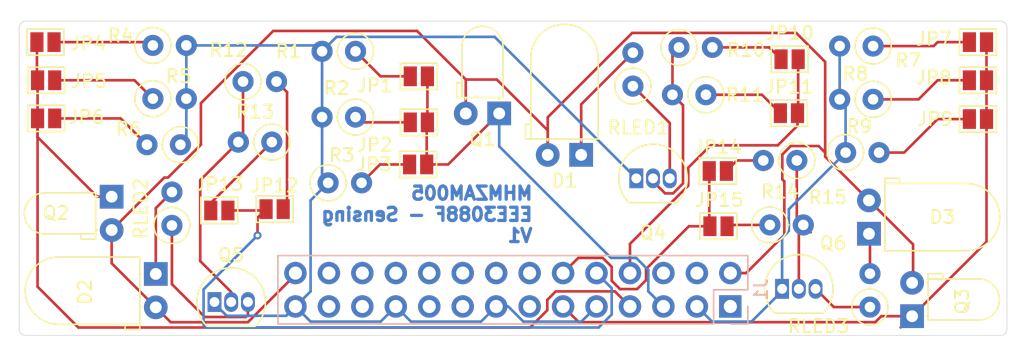
<source format=kicad_pcb>
(kicad_pcb (version 20240108) (generator "pcbnew") (generator_version "8.0")
  (layers (0 "F.Cu" signal) (31 "B.Cu" signal) (34 "B.Paste" user) (35 "F.Paste" user) (36 "B.SilkS" user "B.Silkscreen") (37 "F.SilkS" user "F.Silkscreen") (38 "B.Mask" user) (39 "F.Mask" user) (44 "Edge.Cuts" user))
  (net 0 "")
  (net 1 "3V3")
  (net 5 "PE14")
  (net 6 "PE13")
  (net 9 "PA4")
  (net 11 "BATT")
  (net 12 "GND")
  (net 13 "PA5")
  (net 20 "PA3")
  (net 22 "PE15")
  (net 23 "Net-(JP1-B)")
  (net 24 "Net-(JP2-B)")
  (net 25 "Net-(JP3-B)")
  (net 26 "Net-(JP4-B)")
  (net 27 "Net-(JP5-B)")
  (net 28 "Net-(JP6-B)")
  (net 29 "Net-(JP7-B)")
  (net 30 "Net-(JP8-B)")
  (net 31 "Net-(JP9-B)")
  (net 32 "Net-(JP10-B)")
  (net 33 "Net-(JP11-B)")
  (net 34 "Net-(JP12-B)")
  (net 35 "Net-(JP13-B)")
  (net 36 "Net-(JP14-B)")
  (net 37 "Net-(JP15-B)")
  (net 38 "Net-(Q4-C)")
  (net 39 "Net-(Q4-B)")
  (net 40 "Net-(Q5-C)")
  (net 41 "Net-(Q5-B)")
  (net 42 "Net-(Q6-C)")
  (net 43 "Net-(Q6-B)")
  (net 44 "Net-(D1-Pad1)")
  (net 45 "Net-(D2-Pad1)")
  (net 46 "Net-(D3-Pad1)")
  (footprint "Jumper:SolderJumper-2_P1.3mm_Open_Pad1.0x1.5mm" (layer "F.Cu") (at 82.8 67.7)
    (property "Reference" "JP4" (at 3.25 0.1 0) (layer "F.SilkS"))
    (property "Value" "Jumper_2_Open" (hide yes))
    (pad "1" smd rect (at -0.65 0) (size 1 1.5) (layers "F.Cu" "F.Mask") (net 9 "PA4"))
    (pad "2" smd rect (at 0.65 0) (size 1 1.5) (layers "F.Cu" "F.Mask") (net 26 "Net-(JP4-B)"))
  )
  (footprint "Resistor_THT:R_Axial_DIN0207_L6.3mm_D2.5mm_P2.54mm_Vertical" (layer "F.Cu") (at 145.64 68 180)
    (property "Reference" "R7" (at -2.66 -1.1 180) (layer "F.SilkS"))
    (property "Value" "1K")
    (pad "1" thru_hole circle (at 0 0 180) (size 1.6 1.6) (drill 0.8) (layers "*.Cu" "*.Mask") (net 29 "Net-(JP7-B)"))
    (pad "2" thru_hole oval (at 2.54 0 180) (size 1.6 1.6) (drill 0.8) (layers "*.Cu" "*.Mask") (net 12 "GND"))
  )
  (footprint "LED_THT:LED_D5.0mm_Horizontal_O1.27mm_Z9.0mm" (layer "F.Cu") (at 123.475 76.275 180)
    (property "Reference" "D1" (at 1.27 -1.96 180) (layer "F.SilkS"))
    (property "Value" "SFH_4544")
    (pad "1" thru_hole rect (at 0 0 180) (size 1.8 1.8) (drill 0.9) (layers "*.Cu" "*.Mask") (net 44 "Net-(D1-Pad1)"))
    (pad "2" thru_hole circle (at 2.54 0 180) (size 1.8 1.8) (drill 0.9) (layers "*.Cu" "*.Mask") (net 1 "3V3"))
  )
  (footprint "Resistor_THT:R_Axial_DIN0207_L6.3mm_D2.5mm_P2.54mm_Vertical" (layer "F.Cu") (at 132.945 71.7 180)
    (property "Reference" "R11" (at -2.955 0 180) (layer "F.SilkS"))
    (property "Value" "2.7k")
    (pad "1" thru_hole circle (at 0 0 180) (size 1.6 1.6) (drill 0.8) (layers "*.Cu" "*.Mask") (net 33 "Net-(JP11-B)"))
    (pad "2" thru_hole oval (at 2.54 0 180) (size 1.6 1.6) (drill 0.8) (layers "*.Cu" "*.Mask") (net 39 "Net-(Q4-B)"))
  )
  (footprint "Resistor_THT:R_Axial_DIN0207_L6.3mm_D2.5mm_P2.54mm_Vertical" (layer "F.Cu") (at 130.9 68.1)
    (property "Reference" "R10" (at 5.1 0.2 0) (layer "F.SilkS"))
    (property "Value" "1k")
    (pad "1" thru_hole circle (at 0 0) (size 1.6 1.6) (drill 0.8) (layers "*.Cu" "*.Mask") (net 39 "Net-(Q4-B)"))
    (pad "2" thru_hole oval (at 2.54 0) (size 1.6 1.6) (drill 0.8) (layers "*.Cu" "*.Mask") (net 32 "Net-(JP10-B)"))
  )
  (footprint "Resistor_THT:R_Axial_DIN0207_L6.3mm_D2.5mm_P2.54mm_Vertical" (layer "F.Cu") (at 106.34 73.4 180)
    (property "Reference" "R2" (at 1.44 2.2 180) (layer "F.SilkS"))
    (property "Value" "10k")
    (pad "1" thru_hole circle (at 0 0 180) (size 1.6 1.6) (drill 0.8) (layers "*.Cu" "*.Mask") (net 24 "Net-(JP2-B)"))
    (pad "2" thru_hole oval (at 2.54 0 180) (size 1.6 1.6) (drill 0.8) (layers "*.Cu" "*.Mask") (net 12 "GND"))
  )
  (footprint "Jumper:SolderJumper-2_P1.3mm_Open_Pad1.0x1.5mm" (layer "F.Cu") (at 111.15 70.3 180)
    (property "Reference" "JP1" (at 3.35 -0.7 180) (layer "F.SilkS"))
    (property "Value" "Jumper_2_Open" (hide yes))
    (pad "1" smd rect (at -0.65 0 180) (size 1 1.5) (layers "F.Cu" "F.Mask") (net 20 "PA3"))
    (pad "2" smd rect (at 0.65 0 180) (size 1 1.5) (layers "F.Cu" "F.Mask") (net 23 "Net-(JP1-B)"))
  )
  (footprint "Jumper:SolderJumper-2_P1.3mm_Open_Pad1.0x1.5mm" (layer "F.Cu") (at 133.9 81.7)
    (property "Reference" "JP15" (at 0.055 -2 0) (layer "F.SilkS"))
    (property "Value" "Jumper_2_Open" (hide yes))
    (pad "1" smd rect (at -0.65 0) (size 1 1.5) (layers "F.Cu" "F.Mask") (net 6 "PE13"))
    (pad "2" smd rect (at 0.65 0) (size 1 1.5) (layers "F.Cu" "F.Mask") (net 37 "Net-(JP15-B)"))
  )
  (footprint "Jumper:SolderJumper-2_P1.3mm_Open_Pad1.0x1.5mm" (layer "F.Cu") (at 96 80.5 180)
    (property "Reference" "JP13" (at 0 2 180) (layer "F.SilkS"))
    (property "Value" "Jumper_2_Open" (hide yes))
    (pad "1" smd rect (at -0.65 0 180) (size 1 1.5) (layers "F.Cu" "F.Mask") (net 5 "PE14"))
    (pad "2" smd rect (at 0.65 0 180) (size 1 1.5) (layers "F.Cu" "F.Mask") (net 35 "Net-(JP13-B)"))
  )
  (footprint "Jumper:SolderJumper-2_P1.3mm_Open_Pad1.0x1.5mm" (layer "F.Cu") (at 111.15 73.8 180)
    (property "Reference" "JP2" (at 3.35 -1.7 180) (layer "F.SilkS"))
    (property "Value" "Jumper_2_Open" (hide yes))
    (pad "1" smd rect (at -0.65 0 180) (size 1 1.5) (layers "F.Cu" "F.Mask") (net 20 "PA3"))
    (pad "2" smd rect (at 0.65 0 180) (size 1 1.5) (layers "F.Cu" "F.Mask") (net 24 "Net-(JP2-B)"))
  )
  (footprint "Resistor_THT:R_Axial_DIN0207_L6.3mm_D2.5mm_P2.54mm_Vertical" (layer "F.Cu") (at 145.64 72.05 180)
    (property "Reference" "R8" (at 1.35 1.95 180) (layer "F.SilkS"))
    (property "Value" "10k")
    (pad "1" thru_hole circle (at 0 0 180) (size 1.6 1.6) (drill 0.8) (layers "*.Cu" "*.Mask") (net 30 "Net-(JP8-B)"))
    (pad "2" thru_hole oval (at 2.54 0 180) (size 1.6 1.6) (drill 0.8) (layers "*.Cu" "*.Mask") (net 12 "GND"))
  )
  (footprint "LED_THT:LED_D3.0mm_Horizontal_O1.27mm_Z2.0mm" (layer "F.Cu") (at 117.25 73.125 180)
    (property "Reference" "Q1" (at 1.27 -1.96 180) (layer "F.SilkS"))
    (property "Value" "TEFT4300")
    (pad "1" thru_hole rect (at 0 0 180) (size 1.8 1.8) (drill 0.9) (layers "*.Cu" "*.Mask") (net 20 "PA3"))
    (pad "2" thru_hole circle (at 2.54 0 180) (size 1.8 1.8) (drill 0.9) (layers "*.Cu" "*.Mask") (net 1 "3V3"))
  )
  (footprint "Jumper:SolderJumper-2_P1.3mm_Open_Pad1.0x1.5mm" (layer "F.Cu") (at 153.6 67.7 180)
    (property "Reference" "JP7" (at 3.35 0.25 180) (layer "F.SilkS"))
    (property "Value" "Jumper_2_Open" (hide yes))
    (pad "1" smd rect (at -0.65 0 180) (size 1 1.5) (layers "F.Cu" "F.Mask") (net 13 "PA5"))
    (pad "2" smd rect (at 0.65 0 180) (size 1 1.5) (layers "F.Cu" "F.Mask") (net 29 "Net-(JP7-B)"))
  )
  (footprint "LED_THT:LED_D3.0mm_Horizontal_O1.27mm_Z2.0mm" (layer "F.Cu") (at 87.825 79.45 -90)
    (property "Reference" "Q2" (at 1.25 4.225 180) (layer "F.SilkS"))
    (property "Value" "TEFT4300")
    (pad "1" thru_hole rect (at 0 0 270) (size 1.8 1.8) (drill 0.9) (layers "*.Cu" "*.Mask") (net 9 "PA4"))
    (pad "2" thru_hole circle (at 2.54 0 270) (size 1.8 1.8) (drill 0.9) (layers "*.Cu" "*.Mask") (net 1 "3V3"))
  )
  (footprint "Resistor_THT:R_Axial_DIN0207_L6.3mm_D2.5mm_P2.54mm_Vertical" (layer "F.Cu") (at 90.955 67.95)
    (property "Reference" "R4" (at -2.455 -0.75 0) (layer "F.SilkS"))
    (property "Value" "1K")
    (pad "1" thru_hole circle (at 0 0) (size 1.6 1.6) (drill 0.8) (layers "*.Cu" "*.Mask") (net 26 "Net-(JP4-B)"))
    (pad "2" thru_hole oval (at 2.54 0) (size 1.6 1.6) (drill 0.8) (layers "*.Cu" "*.Mask") (net 12 "GND"))
  )
  (footprint "Resistor_THT:R_Axial_DIN0207_L6.3mm_D2.5mm_P2.54mm_Vertical" (layer "F.Cu") (at 93.045 75.5 180)
    (property "Reference" "R6" (at 3.945 1.2 180) (layer "F.SilkS"))
    (property "Value" "1M")
    (pad "1" thru_hole circle (at 0 0 180) (size 1.6 1.6) (drill 0.8) (layers "*.Cu" "*.Mask") (net 12 "GND"))
    (pad "2" thru_hole oval (at 2.54 0 180) (size 1.6 1.6) (drill 0.8) (layers "*.Cu" "*.Mask") (net 28 "Net-(JP6-B)"))
  )
  (footprint "Jumper:SolderJumper-2_P1.3mm_Open_Pad1.0x1.5mm" (layer "F.Cu") (at 82.85 70.6)
    (property "Reference" "JP5" (at 3.25 0.05 0) (layer "F.SilkS"))
    (property "Value" "Jumper_2_Open" (hide yes))
    (pad "1" smd rect (at -0.65 0) (size 1 1.5) (layers "F.Cu" "F.Mask") (net 9 "PA4"))
    (pad "2" smd rect (at 0.65 0) (size 1 1.5) (layers "F.Cu" "F.Mask") (net 27 "Net-(JP5-B)"))
  )
  (footprint "Jumper:SolderJumper-2_P1.3mm_Open_Pad1.0x1.5mm" (layer "F.Cu") (at 139.25 73.1 180)
    (property "Reference" "JP11" (at 0 2 180) (layer "F.SilkS"))
    (property "Value" "Jumper_2_Open" (hide yes))
    (pad "1" smd rect (at -0.65 0 180) (size 1 1.5) (layers "F.Cu" "F.Mask") (net 22 "PE15"))
    (pad "2" smd rect (at 0.65 0 180) (size 1 1.5) (layers "F.Cu" "F.Mask") (net 33 "Net-(JP11-B)"))
  )
  (footprint "Resistor_THT:R_Axial_DIN0207_L6.3mm_D2.5mm_P2.54mm_Vertical" (layer "F.Cu") (at 92.4 81.64 90)
    (property "Reference" "RLED2" (at 1.27 -2.37 -90) (layer "F.SilkS"))
    (property "Value" "18")
    (pad "1" thru_hole circle (at 0 0 90) (size 1.6 1.6) (drill 0.8) (layers "*.Cu" "*.Mask") (net 40 "Net-(Q5-C)"))
    (pad "2" thru_hole oval (at 2.54 0 90) (size 1.6 1.6) (drill 0.8) (layers "*.Cu" "*.Mask") (net 45 "Net-(D2-Pad1)"))
  )
  (footprint "Resistor_THT:R_Axial_DIN0207_L6.3mm_D2.5mm_P2.54mm_Vertical" (layer "F.Cu") (at 143.55 76.1)
    (property "Reference" "R9" (at 1.04 -2 0) (layer "F.SilkS"))
    (property "Value" "1M")
    (pad "1" thru_hole circle (at 0 0) (size 1.6 1.6) (drill 0.8) (layers "*.Cu" "*.Mask") (net 12 "GND"))
    (pad "2" thru_hole oval (at 2.54 0) (size 1.6 1.6) (drill 0.8) (layers "*.Cu" "*.Mask") (net 31 "Net-(JP9-B)"))
  )
  (footprint "Jumper:SolderJumper-2_P1.3mm_Open_Pad1.0x1.5mm" (layer "F.Cu") (at 153.6 73.55 180)
    (property "Reference" "JP9" (at 3.25 0 180) (layer "F.SilkS"))
    (property "Value" "Jumper_2_Open" (hide yes))
    (pad "1" smd rect (at -0.65 0 180) (size 1 1.5) (layers "F.Cu" "F.Mask") (net 13 "PA5"))
    (pad "2" smd rect (at 0.65 0 180) (size 1 1.5) (layers "F.Cu" "F.Mask") (net 31 "Net-(JP9-B)"))
  )
  (footprint "Resistor_THT:R_Axial_DIN0207_L6.3mm_D2.5mm_P2.54mm_Vertical" (layer "F.Cu") (at 99.985 75.3 180)
    (property "Reference" "R13" (at 1.27 2.3 180) (layer "F.SilkS"))
    (property "Value" "2.7k")
    (pad "1" thru_hole circle (at 0 0 180) (size 1.6 1.6) (drill 0.8) (layers "*.Cu" "*.Mask") (net 35 "Net-(JP13-B)"))
    (pad "2" thru_hole oval (at 2.54 0 180) (size 1.6 1.6) (drill 0.8) (layers "*.Cu" "*.Mask") (net 41 "Net-(Q5-B)"))
  )
  (footprint "Resistor_THT:R_Axial_DIN0207_L6.3mm_D2.5mm_P2.54mm_Vertical" (layer "F.Cu") (at 90.955 72)
    (property "Reference" "R5" (at 1.945 -1.7 0) (layer "F.SilkS"))
    (property "Value" "10k")
    (pad "1" thru_hole circle (at 0 0) (size 1.6 1.6) (drill 0.8) (layers "*.Cu" "*.Mask") (net 27 "Net-(JP5-B)"))
    (pad "2" thru_hole oval (at 2.54 0) (size 1.6 1.6) (drill 0.8) (layers "*.Cu" "*.Mask") (net 12 "GND"))
  )
  (footprint "Resistor_THT:R_Axial_DIN0207_L6.3mm_D2.5mm_P2.54mm_Vertical" (layer "F.Cu") (at 137.8 81.6)
    (property "Reference" "R15" (at 4.4 -2.1 0) (layer "F.SilkS"))
    (property "Value" "2.7k")
    (pad "1" thru_hole circle (at 0 0) (size 1.6 1.6) (drill 0.8) (layers "*.Cu" "*.Mask") (net 37 "Net-(JP15-B)"))
    (pad "2" thru_hole oval (at 2.54 0) (size 1.6 1.6) (drill 0.8) (layers "*.Cu" "*.Mask") (net 43 "Net-(Q6-B)"))
  )
  (footprint "Jumper:SolderJumper-2_P1.3mm_Open_Pad1.0x1.5mm" (layer "F.Cu") (at 82.85 73.5)
    (property "Reference" "JP6" (at 3.05 -0.1 0) (layer "F.SilkS"))
    (property "Value" "Jumper_2_Open" (hide yes))
    (pad "1" smd rect (at -0.65 0) (size 1 1.5) (layers "F.Cu" "F.Mask") (net 9 "PA4"))
    (pad "2" smd rect (at 0.65 0) (size 1 1.5) (layers "F.Cu" "F.Mask") (net 28 "Net-(JP6-B)"))
  )
  (footprint "Resistor_THT:R_Axial_DIN0207_L6.3mm_D2.5mm_P2.54mm_Vertical" (layer "F.Cu") (at 139.845 76.7 180)
    (property "Reference" "R14" (at 1.27 -2.37 180) (layer "F.SilkS"))
    (property "Value" "1k")
    (pad "1" thru_hole circle (at 0 0 180) (size 1.6 1.6) (drill 0.8) (layers "*.Cu" "*.Mask") (net 43 "Net-(Q6-B)"))
    (pad "2" thru_hole oval (at 2.54 0 180) (size 1.6 1.6) (drill 0.8) (layers "*.Cu" "*.Mask") (net 36 "Net-(JP14-B)"))
  )
  (footprint "Resistor_THT:R_Axial_DIN0207_L6.3mm_D2.5mm_P2.54mm_Vertical" (layer "F.Cu") (at 97.8 70.7)
    (property "Reference" "R12" (at -1.1 -2.4 0) (layer "F.SilkS"))
    (property "Value" "1k")
    (pad "1" thru_hole circle (at 0 0) (size 1.6 1.6) (drill 0.8) (layers "*.Cu" "*.Mask") (net 41 "Net-(Q5-B)"))
    (pad "2" thru_hole oval (at 2.54 0) (size 1.6 1.6) (drill 0.8) (layers "*.Cu" "*.Mask") (net 34 "Net-(JP12-B)"))
  )
  (footprint "Package_TO_SOT_THT:TO-92_Inline" (layer "F.Cu") (at 127.66 78.06)
    (property "Reference" "Q4" (at 1.27 4.14 0) (layer "F.SilkS"))
    (property "Value" "2N3904")
    (pad "1" thru_hole rect (at 0 0) (size 1.05 1.5) (drill 0.75) (layers "*.Cu" "*.Mask") (net 12 "GND"))
    (pad "2" thru_hole oval (at 1.27 0) (size 1.05 1.5) (drill 0.75) (layers "*.Cu" "*.Mask") (net 39 "Net-(Q4-B)"))
    (pad "3" thru_hole oval (at 2.54 0) (size 1.05 1.5) (drill 0.75) (layers "*.Cu" "*.Mask") (net 38 "Net-(Q4-C)"))
  )
  (footprint "Resistor_THT:R_Axial_DIN0207_L6.3mm_D2.5mm_P2.54mm_Vertical" (layer "F.Cu") (at 104.26 78.4)
    (property "Reference" "R3" (at 1.04 -2.1 0) (layer "F.SilkS"))
    (property "Value" "1M")
    (pad "1" thru_hole circle (at 0 0) (size 1.6 1.6) (drill 0.8) (layers "*.Cu" "*.Mask") (net 12 "GND"))
    (pad "2" thru_hole oval (at 2.54 0) (size 1.6 1.6) (drill 0.8) (layers "*.Cu" "*.Mask") (net 25 "Net-(JP3-B)"))
  )
  (footprint "Jumper:SolderJumper-2_P1.3mm_Open_Pad1.0x1.5mm" (layer "F.Cu") (at 139.3 69 180)
    (property "Reference" "JP10" (at 0 2 180) (layer "F.SilkS"))
    (property "Value" "Jumper_2_Open" (hide yes))
    (pad "1" smd rect (at -0.65 0 180) (size 1 1.5) (layers "F.Cu" "F.Mask") (net 22 "PE15"))
    (pad "2" smd rect (at 0.65 0 180) (size 1 1.5) (layers "F.Cu" "F.Mask") (net 32 "Net-(JP10-B)"))
  )
  (footprint "Package_TO_SOT_THT:TO-92_Inline" (layer "F.Cu") (at 138.73 86.46)
    (property "Reference" "Q6" (at 3.87 -3.46 0) (layer "F.SilkS"))
    (property "Value" "2N3904")
    (pad "1" thru_hole rect (at 0 0) (size 1.05 1.5) (drill 0.75) (layers "*.Cu" "*.Mask") (net 12 "GND"))
    (pad "2" thru_hole oval (at 1.27 0) (size 1.05 1.5) (drill 0.75) (layers "*.Cu" "*.Mask") (net 43 "Net-(Q6-B)"))
    (pad "3" thru_hole oval (at 2.54 0) (size 1.05 1.5) (drill 0.75) (layers "*.Cu" "*.Mask") (net 42 "Net-(Q6-C)"))
  )
  (footprint "LED_THT:LED_D5.0mm_Horizontal_O1.27mm_Z9.0mm" (layer "F.Cu") (at 145.325 82.275 90)
    (property "Reference" "D3" (at 1.275 5.575 0) (layer "F.SilkS"))
    (property "Value" "SFH_4544")
    (pad "1" thru_hole rect (at 0 0 90) (size 1.8 1.8) (drill 0.9) (layers "*.Cu" "*.Mask") (net 46 "Net-(D3-Pad1)"))
    (pad "2" thru_hole circle (at 2.54 0 90) (size 1.8 1.8) (drill 0.9) (layers "*.Cu" "*.Mask") (net 1 "3V3"))
  )
  (footprint "Jumper:SolderJumper-2_P1.3mm_Open_Pad1.0x1.5mm" (layer "F.Cu") (at 133.85 77.5)
    (property "Reference" "JP14" (at 0 -1.8 0) (layer "F.SilkS"))
    (property "Value" "Jumper_2_Open" (hide yes))
    (pad "1" smd rect (at -0.65 0) (size 1 1.5) (layers "F.Cu" "F.Mask") (net 6 "PE13"))
    (pad "2" smd rect (at 0.65 0) (size 1 1.5) (layers "F.Cu" "F.Mask") (net 36 "Net-(JP14-B)"))
  )
  (footprint "Jumper:SolderJumper-2_P1.3mm_Open_Pad1.0x1.5mm" (layer "F.Cu") (at 111.095 77 180)
    (property "Reference" "JP3" (at 3.35 0 180) (layer "F.SilkS"))
    (property "Value" "Jumper_2_Open" (hide yes))
    (pad "1" smd rect (at -0.65 0 180) (size 1 1.5) (layers "F.Cu" "F.Mask") (net 20 "PA3"))
    (pad "2" smd rect (at 0.65 0 180) (size 1 1.5) (layers "F.Cu" "F.Mask") (net 25 "Net-(JP3-B)"))
  )
  (footprint "LED_THT:LED_D5.0mm_Horizontal_O1.27mm_Z9.0mm" (layer "F.Cu") (at 91.175 85.325 -90)
    (property "Reference" "D2" (at 1.375 5.375 90) (layer "F.SilkS"))
    (property "Value" "SFH_4544")
    (pad "1" thru_hole rect (at 0 0 270) (size 1.8 1.8) (drill 0.9) (layers "*.Cu" "*.Mask") (net 45 "Net-(D2-Pad1)"))
    (pad "2" thru_hole circle (at 2.54 0 270) (size 1.8 1.8) (drill 0.9) (layers "*.Cu" "*.Mask") (net 1 "3V3"))
  )
  (footprint "LED_THT:LED_D3.0mm_Horizontal_O1.27mm_Z2.0mm" (layer "F.Cu") (at 148.6 88.54 90)
    (property "Reference" "Q3" (at 1.14 3.8 -90) (layer "F.SilkS"))
    (property "Value" "TEFT4300")
    (pad "1" thru_hole rect (at 0 0 90) (size 1.8 1.8) (drill 0.9) (layers "*.Cu" "*.Mask") (net 13 "PA5"))
    (pad "2" thru_hole circle (at 2.54 0 90) (size 1.8 1.8) (drill 0.9) (layers "*.Cu" "*.Mask") (net 1 "3V3"))
  )
  (footprint "Jumper:SolderJumper-2_P1.3mm_Open_Pad1.0x1.5mm" (layer "F.Cu") (at 100.2 80.4)
    (property "Reference" "JP12" (at 0 -1.8 0) (layer "F.SilkS"))
    (property "Value" "Jumper_2_Open" (hide yes))
    (pad "1" smd rect (at -0.65 0) (size 1 1.5) (layers "F.Cu" "F.Mask") (net 5 "PE14"))
    (pad "2" smd rect (at 0.65 0) (size 1 1.5) (layers "F.Cu" "F.Mask") (net 34 "Net-(JP12-B)"))
  )
  (footprint "Resistor_THT:R_Axial_DIN0207_L6.3mm_D2.5mm_P2.54mm_Vertical" (layer "F.Cu") (at 106.34 68.4 180)
    (property "Reference" "R1" (at 5.09 0 180) (layer "F.SilkS"))
    (property "Value" "1K")
    (pad "1" thru_hole circle (at 0 0 180) (size 1.6 1.6) (drill 0.8) (layers "*.Cu" "*.Mask") (net 23 "Net-(JP1-B)"))
    (pad "2" thru_hole oval (at 2.54 0 180) (size 1.6 1.6) (drill 0.8) (layers "*.Cu" "*.Mask") (net 12 "GND"))
  )
  (footprint "Resistor_THT:R_Axial_DIN0207_L6.3mm_D2.5mm_P2.54mm_Vertical" (layer "F.Cu") (at 127.4 71.045 90)
    (property "Reference" "RLED1" (at -3.155 0.4 0) (layer "F.SilkS"))
    (property "Value" "18")
    (pad "1" thru_hole circle (at 0 0 90) (size 1.6 1.6) (drill 0.8) (layers "*.Cu" "*.Mask") (net 38 "Net-(Q4-C)"))
    (pad "2" thru_hole oval (at 2.54 0 90) (size 1.6 1.6) (drill 0.8) (layers "*.Cu" "*.Mask") (net 44 "Net-(D1-Pad1)"))
  )
  (footprint "Resistor_THT:R_Axial_DIN0207_L6.3mm_D2.5mm_P2.54mm_Vertical" (layer "F.Cu") (at 145.4 87.845 90)
    (property "Reference" "RLED3" (at -1.455 -3.9 0) (layer "F.SilkS"))
    (property "Value" "18")
    (pad "1" thru_hole circle (at 0 0 90) (size 1.6 1.6) (drill 0.8) (layers "*.Cu" "*.Mask") (net 42 "Net-(Q6-C)"))
    (pad "2" thru_hole oval (at 2.54 0 90) (size 1.6 1.6) (drill 0.8) (layers "*.Cu" "*.Mask") (net 46 "Net-(D3-Pad1)"))
  )
  (footprint "Jumper:SolderJumper-2_P1.3mm_Open_Pad1.0x1.5mm" (layer "F.Cu") (at 153.6 70.6 180)
    (property "Reference" "JP8" (at 3.35 0.2 180) (layer "F.SilkS"))
    (property "Value" "Jumper_2_Open" (hide yes))
    (pad "1" smd rect (at -0.65 0 180) (size 1 1.5) (layers "F.Cu" "F.Mask") (net 13 "PA5"))
    (pad "2" smd rect (at 0.65 0 180) (size 1 1.5) (layers "F.Cu" "F.Mask") (net 30 "Net-(JP8-B)"))
  )
  (footprint "Package_TO_SOT_THT:TO-92_Inline" (layer "F.Cu") (at 95.63 87.46)
    (property "Reference" "Q5" (at 1.27 -3.56 0) (layer "F.SilkS"))
    (property "Value" "2N3904")
    (pad "1" thru_hole rect (at 0 0) (size 1.05 1.5) (drill 0.75) (layers "*.Cu" "*.Mask") (net 12 "GND"))
    (pad "2" thru_hole oval (at 1.27 0) (size 1.05 1.5) (drill 0.75) (layers "*.Cu" "*.Mask") (net 41 "Net-(Q5-B)"))
    (pad "3" thru_hole oval (at 2.54 0) (size 1.05 1.5) (drill 0.75) (layers "*.Cu" "*.Mask") (net 40 "Net-(Q5-C)"))
  )
  (footprint "Connector_PinHeader_2.54mm:PinHeader_2x14_P2.54mm_Vertical" (layer "B.Cu") (at 134.8 87.8 90)
    (property "Reference" "J1" (at 1.27 2.33 -90) (layer "B.SilkS") (effects (justify mirror)))
    (property "Value" "Conn_02x14_Odd_Even")
    (pad "1" thru_hole rect (at 0 0 90) (size 1.7 1.7) (drill 1) (layers "*.Cu" "*.Mask"))
    (pad "2" thru_hole oval (at 2.54 0 90) (size 1.7 1.7) (drill 1) (layers "*.Cu" "*.Mask") (net 1 "3V3"))
    (pad "3" thru_hole oval (at 0 -2.54 90) (size 1.7 1.7) (drill 1) (layers "*.Cu" "*.Mask") (net 12 "GND"))
    (pad "4" thru_hole oval (at 2.54 -2.54 90) (size 1.7 1.7) (drill 1) (layers "*.Cu" "*.Mask") (net 11 "BATT"))
    (pad "5" thru_hole oval (at 0 -5.08 90) (size 1.7 1.7) (drill 1) (layers "*.Cu" "*.Mask") (net 20 "PA3"))
    (pad "6" thru_hole oval (at 2.54 -5.08 90) (size 1.7 1.7) (drill 1) (layers "*.Cu" "*.Mask"))
    (pad "7" thru_hole oval (at 0 -7.62 90) (size 1.7 1.7) (drill 1) (layers "*.Cu" "*.Mask") (net 9 "PA4"))
    (pad "8" thru_hole oval (at 2.54 -7.62 90) (size 1.7 1.7) (drill 1) (layers "*.Cu" "*.Mask") (net 22 "PE15"))
    (pad "9" thru_hole oval (at 0 -10.16 90) (size 1.7 1.7) (drill 1) (layers "*.Cu" "*.Mask") (net 12 "GND"))
    (pad "10" thru_hole oval (at 2.54 -10.16 90) (size 1.7 1.7) (drill 1) (layers "*.Cu" "*.Mask") (net 5 "PE14"))
    (pad "11" thru_hole oval (at 0 -12.7 90) (size 1.7 1.7) (drill 1) (layers "*.Cu" "*.Mask") (net 13 "PA5"))
    (pad "12" thru_hole oval (at 2.54 -12.7 90) (size 1.7 1.7) (drill 1) (layers "*.Cu" "*.Mask") (net 6 "PE13"))
    (pad "13" thru_hole oval (at 0 -15.24 90) (size 1.7 1.7) (drill 1) (layers "*.Cu" "*.Mask"))
    (pad "14" thru_hole oval (at 2.54 -15.24 90) (size 1.7 1.7) (drill 1) (layers "*.Cu" "*.Mask"))
    (pad "15" thru_hole oval (at 0 -17.78 90) (size 1.7 1.7) (drill 1) (layers "*.Cu" "*.Mask") (net 12 "GND"))
    (pad "16" thru_hole oval (at 2.54 -17.78 90) (size 1.7 1.7) (drill 1) (layers "*.Cu" "*.Mask"))
    (pad "17" thru_hole oval (at 0 -20.32 90) (size 1.7 1.7) (drill 1) (layers "*.Cu" "*.Mask"))
    (pad "18" thru_hole oval (at 2.54 -20.32 90) (size 1.7 1.7) (drill 1) (layers "*.Cu" "*.Mask"))
    (pad "19" thru_hole oval (at 0 -22.86 90) (size 1.7 1.7) (drill 1) (layers "*.Cu" "*.Mask"))
    (pad "20" thru_hole oval (at 2.54 -22.86 90) (size 1.7 1.7) (drill 1) (layers "*.Cu" "*.Mask"))
    (pad "21" thru_hole oval (at 0 -25.4 90) (size 1.7 1.7) (drill 1) (layers "*.Cu" "*.Mask") (net 12 "GND"))
    (pad "22" thru_hole oval (at 2.54 -25.4 90) (size 1.7 1.7) (drill 1) (layers "*.Cu" "*.Mask"))
    (pad "23" thru_hole oval (at 0 -27.94 90) (size 1.7 1.7) (drill 1) (layers "*.Cu" "*.Mask"))
    (pad "24" thru_hole oval (at 2.54 -27.94 90) (size 1.7 1.7) (drill 1) (layers "*.Cu" "*.Mask"))
    (pad "25" thru_hole oval (at 0 -30.48 90) (size 1.7 1.7) (drill 1) (layers "*.Cu" "*.Mask"))
    (pad "26" thru_hole oval (at 2.54 -30.48 90) (size 1.7 1.7) (drill 1) (layers "*.Cu" "*.Mask") (net 11 "BATT"))
    (pad "27" thru_hole oval (at 0 -33.02 90) (size 1.7 1.7) (drill 1) (layers "*.Cu" "*.Mask") (net 12 "GND"))
    (pad "28" thru_hole oval (at 2.54 -33.02 90) (size 1.7 1.7) (drill 1) (layers "*.Cu" "*.Mask") (net 1 "3V3"))
  )
  (gr_arc (start 81.3 90) (mid 80.946447 89.853553) (end 80.8 89.5) (stroke (width 0.05)) (layer "Edge.Cuts"))
  (gr_line (start 155.3 90) (end 81.3 90) (stroke (width 0.05)) (layer "Edge.Cuts"))
  (gr_line (start 155.8 66.6) (end 155.8 89.5) (stroke (width 0.05)) (layer "Edge.Cuts"))
  (gr_arc (start 155.3 66.1) (mid 155.653553 66.246447) (end 155.8 66.6) (stroke (width 0.05)) (layer "Edge.Cuts"))
  (gr_line (start 81.3 66.1) (end 155.3 66.1) (stroke (width 0.05)) (layer "Edge.Cuts"))
  (gr_arc (start 80.8 66.6) (mid 80.946447 66.246447) (end 81.3 66.1) (stroke (width 0.05)) (layer "Edge.Cuts"))
  (gr_arc (start 155.8 89.5) (mid 155.653553 89.853553) (end 155.3 90) (stroke (width 0.05)) (layer "Edge.Cuts"))
  (gr_line (start 80.8 89.5) (end 80.8 66.6) (stroke (width 0.05)) (layer "Edge.Cuts"))
  (gr_text "MHMZAM005\nEEE3088F - Sensing\nV1" (at 119.9 83 0) (layer "B.Cu") (effects (font (size 1 1) (thickness 0.25) (bold yes)) (justify left bottom mirror)))
  (segment (start 148.675 85.91) (end 148.675 83.085) (width 0.2) (layer "F.Cu") (net 1))
  (segment (start 98.165685 89) (end 92.31 89) (width 0.2) (layer "F.Cu") (net 1))
  (segment (start 141.5 75.6) (end 142 76.1) (width 0.2) (layer "F.Cu") (net 1))
  (segment (start 91.815 78) (end 87.825 81.99) (width 0.2) (layer "F.Cu") (net 1))
  (segment (start 138.745 76.244365) (end 139.389365 75.6) (width 0.2) (layer "F.Cu") (net 1))
  (segment (start 111.015 66.85) (end 100.094365 66.85) (width 0.2) (layer "F.Cu") (net 1))
  (segment (start 92.31 89) (end 91.175 87.865) (width 0.2) (layer "F.Cu") (net 1))
  (segment (start 94.6 75.500635) (end 92.100635 78) (width 0.2) (layer "F.Cu") (net 1))
  (segment (start 127.349365 67) (end 120.935 73.414365) (width 0.2) (layer "F.Cu") (net 1))
  (segment (start 114.71 70.545) (end 117.07 70.545) (width 0.2) (layer "F.Cu") (net 1))
  (segment (start 120.36 75.7) (end 120.935 76.275) (width 0.2) (layer "F.Cu") (net 1))
  (segment (start 114.71 70.545) (end 114.71 73.125) (width 0.2) (layer "F.Cu") (net 1))
  (segment (start 114.75 73.125) (end 114.625 73.125) (width 0.2) (layer "F.Cu") (net 1))
  (segment (start 145.325 79.735) (end 142 76.41) (width 0.2) (layer "F.Cu") (net 1))
  (segment (start 100.094365 66.85) (end 94.6 72.344365) (width 0.2) (layer "F.Cu") (net 1))
  (segment (start 136.002081 85.26) (end 138.9 82.362081) (width 0.2) (layer "F.Cu") (net 1))
  (segment (start 138.745 78.134365) (end 138.745 76.244365) (width 0.2) (layer "F.Cu") (net 1))
  (segment (start 87.825 81.99) (end 87.825 84.515) (width 0.2) (layer "F.Cu") (net 1))
  (segment (start 101.78 85.385686) (end 98.165685 89) (width 0.2) (layer "F.Cu") (net 1))
  (segment (start 138.9 82.362081) (end 138.9 78.289365) (width 0.2) (layer "F.Cu") (net 1))
  (segment (start 94.6 72.344365) (end 94.6 75.500635) (width 0.2) (layer "F.Cu") (net 1))
  (segment (start 117.07 70.545) (end 120.935 74.41) (width 0.2) (layer "F.Cu") (net 1))
  (segment (start 92.100635 78) (end 91.815 78) (width 0.2) (layer "F.Cu") (net 1))
  (segment (start 142 76.41) (end 142 76.1) (width 0.2) (layer "F.Cu") (net 1))
  (segment (start 139.389365 75.6) (end 141.5 75.6) (width 0.2) (layer "F.Cu") (net 1))
  (segment (start 139.8 67) (end 127.349365 67) (width 0.2) (layer "F.Cu") (net 1))
  (segment (start 148.675 83.085) (end 145.325 79.735) (width 0.2) (layer "F.Cu") (net 1))
  (segment (start 87.825 84.515) (end 91.175 87.865) (width 0.2) (layer "F.Cu") (net 1))
  (segment (start 142 69.2) (end 139.8 67) (width 0.2) (layer "F.Cu") (net 1))
  (segment (start 120.935 74.41) (end 120.935 76.275) (width 0.2) (layer "F.Cu") (net 1))
  (segment (start 120.935 73.414365) (end 120.935 76.275) (width 0.2) (layer "F.Cu") (net 1))
  (segment (start 111.015 66.85) (end 114.71 70.545) (width 0.2) (layer "F.Cu") (net 1))
  (segment (start 142 76.1) (end 142 69.2) (width 0.2) (layer "F.Cu") (net 1))
  (segment (start 138.9 78.289365) (end 138.745 78.134365) (width 0.2) (layer "F.Cu") (net 1))
  (segment (start 134.8 85.26) (end 136.002081 85.26) (width 0.2) (layer "F.Cu") (net 1))
  (segment (start 101.78 85.26) (end 101.78 85.385686) (width 0.2) (layer "F.Cu") (net 1))
  (segment (start 99.55 80.4) (end 98.900863 81.049137) (width 0.2) (layer "F.Cu") (net 5))
  (segment (start 98.900863 81.049137) (end 98.900863 82.399137) (width 0.2) (layer "F.Cu") (net 5))
  (segment (start 98.900863 82.399137) (end 98.9 82.4) (width 0.2) (layer "F.Cu") (net 5))
  (segment (start 96.65 80.5) (end 99.45 80.5) (width 0.2) (layer "F.Cu") (net 5))
  (segment (start 99.45 80.5) (end 99.55 80.4) (width 0.2) (layer "F.Cu") (net 5))
  (via (at 98.9 82.4) (size 0.6) (drill 0.3) (layers "F.Cu" "B.Cu") (net 5))
  (segment (start 125.79 86.41) (end 124.64 85.26) (width 0.2) (layer "B.Cu") (net 5))
  (segment (start 94.805 86.495) (end 94.805 89.21) (width 0.2) (layer "B.Cu") (net 5))
  (segment (start 125.79 88.41) (end 125.79 86.41) (width 0.2) (layer "B.Cu") (net 5))
  (segment (start 98.9 82.4) (end 94.805 86.495) (width 0.2) (layer "B.Cu") (net 5))
  (segment (start 124.8 89.4) (end 125.79 88.41) (width 0.2) (layer "B.Cu") (net 5))
  (segment (start 94.995 89.4) (end 124.8 89.4) (width 0.2) (layer "B.Cu") (net 5))
  (segment (start 94.805 89.21) (end 94.995 89.4) (width 0.2) (layer "B.Cu") (net 5))
  (segment (start 128.4 84.953654) (end 128.4 85.8) (width 0.2) (layer "F.Cu") (net 6))
  (segment (start 133.25 81.7) (end 131.653654 81.7) (width 0.2) (layer "F.Cu") (net 6))
  (segment (start 127.722843 86.477157) (end 126.422843 86.477157) (width 0.2) (layer "F.Cu") (net 6))
  (segment (start 125.79 85.844314) (end 125.79 84.783654) (width 0.2) (layer "F.Cu") (net 6))
  (segment (start 126.422843 86.477157) (end 125.79 85.844314) (width 0.2) (layer "F.Cu") (net 6))
  (segment (start 133.2 81.65) (end 133.25 81.7) (width 0.2) (layer "F.Cu") (net 6))
  (segment (start 125.79 84.783654) (end 125.116346 84.11) (width 0.2) (layer "F.Cu") (net 6))
  (segment (start 131.653654 81.7) (end 128.4 84.953654) (width 0.2) (layer "F.Cu") (net 6))
  (segment (start 125.116346 84.11) (end 123.25 84.11) (width 0.2) (layer "F.Cu") (net 6))
  (segment (start 133.2 77.5) (end 133.2 81.65) (width 0.2) (layer "F.Cu") (net 6))
  (segment (start 123.25 84.11) (end 122.1 85.26) (width 0.2) (layer "F.Cu") (net 6))
  (segment (start 128.4 85.8) (end 127.722843 86.477157) (width 0.2) (layer "F.Cu") (net 6))
  (segment (start 87.825 79.45) (end 86.725 79.45) (width 0.2) (layer "F.Cu") (net 9))
  (segment (start 126.03 86.65) (end 127.18 87.8) (width 0.2) (layer "F.Cu") (net 9))
  (segment (start 82.15 70.55) (end 82.2 70.6) (width 0.2) (layer "F.Cu") (net 9))
  (segment (start 85.3 89.4) (end 119.586346 89.4) (width 0.2) (layer "F.Cu") (net 9))
  (segment (start 82.15 67.7) (end 82.15 70.55) (width 0.2) (layer "F.Cu") (net 9))
  (segment (start 120.9 88.086346) (end 120.9 87.3) (width 0.2) (layer "F.Cu") (net 9))
  (segment (start 82.2 73.5) (end 82.2 86.3) (width 0.2) (layer "F.Cu") (net 9))
  (segment (start 86.725 79.45) (end 82.2 74.925) (width 0.2) (layer "F.Cu") (net 9))
  (segment (start 120.9 87.3) (end 121.55 86.65) (width 0.2) (layer "F.Cu") (net 9))
  (segment (start 119.586346 89.4) (end 120.9 88.086346) (width 0.2) (layer "F.Cu") (net 9))
  (segment (start 82.2 74.925) (end 82.2 73.5) (width 0.2) (layer "F.Cu") (net 9))
  (segment (start 82.2 70.6) (end 82.2 73.5) (width 0.2) (layer "F.Cu") (net 9))
  (segment (start 82.2 86.3) (end 85.3 89.4) (width 0.2) (layer "F.Cu") (net 9))
  (segment (start 121.55 86.65) (end 126.03 86.65) (width 0.2) (layer "F.Cu") (net 9))
  (segment (start 101.07 88.51) (end 101.78 87.8) (width 0.2) (layer "B.Cu") (net 12))
  (segment (start 123.49 88.95) (end 124.64 87.8) (width 0.2) (layer "B.Cu") (net 12))
  (segment (start 102.93 88.95) (end 108.25 88.95) (width 0.2) (layer "B.Cu") (net 12))
  (segment (start 117.933654 87.8) (end 119.083654 88.95) (width 0.2) (layer "B.Cu") (net 12))
  (segment (start 93.495 67.95) (end 103.35 67.95) (width 0.2) (layer "B.Cu") (net 12))
  (segment (start 117.02 87.8) (end 117.933654 87.8) (width 0.2) (layer "B.Cu") (net 12))
  (segment (start 103.8 77.94) (end 104.26 78.4) (width 0.2) (layer "B.Cu") (net 12))
  (segment (start 116.9 67.3) (end 104.9 67.3) (width 0.2) (layer "B.Cu") (net 12))
  (segment (start 138.73 86.63) (end 138.73 86.46) (width 0.2) (layer "B.Cu") (net 12))
  (segment (start 143.55 76.1) (end 143.55 72.5) (width 0.2) (layer "B.Cu") (net 12))
  (segment (start 95.63 87.46) (end 95.63 87.581726) (width 0.2) (layer "B.Cu") (net 12))
  (segment (start 93.495 67.95) (end 93.495 72) (width 0.2) (layer "B.Cu") (net 12))
  (segment (start 102.93 86.65) (end 101.78 87.8) (width 0.2) (layer "B.Cu") (net 12))
  (segment (start 95.63 87.581726) (end 96.558274 88.51) (width 0.2) (layer "B.Cu") (net 12))
  (segment (start 136.41 88.95) (end 138.73 86.63) (width 0.2) (layer "B.Cu") (net 12))
  (segment (start 104.9 67.3) (end 103.8 68.4) (width 0.2) (layer "B.Cu") (net 12))
  (segment (start 104.26 78.4) (end 102.93 79.73) (width 0.2) (layer "B.Cu") (net 12))
  (segment (start 93.495 75.05) (end 93.045 75.5) (width 0.2) (layer "B.Cu") (net 12))
  (segment (start 93.495 72) (end 93.495 75.05) (width 0.2) (layer "B.Cu") (net 12))
  (segment (start 101.78 87.8) (end 102.93 88.95) (width 0.2) (layer "B.Cu") (net 12))
  (segment (start 103.8 68.4) (end 103.8 73.4) (width 0.2) (layer "B.Cu") (net 12))
  (segment (start 138.73 86.46) (end 138.73 82.565635) (width 0.2) (layer "B.Cu") (net 12))
  (segment (start 96.558274 88.51) (end 101.07 88.51) (width 0.2) (layer "B.Cu") (net 12))
  (segment (start 139.24 82.055635) (end 139.24 80.41) (width 0.2) (layer "B.Cu") (net 12))
  (segment (start 119.083654 88.95) (end 123.49 88.95) (width 0.2) (layer "B.Cu") (net 12))
  (segment (start 139.24 80.41) (end 143.55 76.1) (width 0.2) (layer "B.Cu") (net 12))
  (segment (start 103.35 67.95) (end 103.8 68.4) (width 0.2) (layer "B.Cu") (net 12))
  (segment (start 133.41 88.95) (end 136.41 88.95) (width 0.2) (layer "B.Cu") (net 12))
  (segment (start 143.55 72.5) (end 143.1 72.05) (width 0.2) (layer "B.Cu") (net 12))
  (segment (start 143.1 72.05) (end 143.1 68) (width 0.2) (layer "B.Cu") (net 12))
  (segment (start 132.26 87.8) (end 133.41 88.95) (width 0.2) (layer "B.Cu") (net 12))
  (segment (start 102.93 79.73) (end 102.93 86.65) (width 0.2) (layer "B.Cu") (net 12))
  (segment (start 138.73 82.565635) (end 139.24 82.055635) (width 0.2) (layer "B.Cu") (net 12))
  (segment (start 127.66 78.06) (end 116.9 67.3) (width 0.2) (layer "B.Cu") (net 12))
  (segment (start 109.4 87.8) (end 110.55 88.95) (width 0.2) (layer "B.Cu") (net 12))
  (segment (start 115.87 88.95) (end 117.02 87.8) (width 0.2) (layer "B.Cu") (net 12))
  (segment (start 108.25 88.95) (end 109.4 87.8) (width 0.2) (layer "B.Cu") (net 12))
  (segment (start 103.8 73.4) (end 103.8 77.94) (width 0.2) (layer "B.Cu") (net 12))
  (segment (start 110.55 88.95) (end 115.87 88.95) (width 0.2) (layer "B.Cu") (net 12))
  (segment (start 154.25 67.7) (end 154.25 70.6) (width 0.2) (layer "F.Cu") (net 13))
  (segment (start 154.25 73.55) (end 154.25 70.6) (width 0.2) (layer "F.Cu") (net 13))
  (segment (start 148.6 88.54) (end 154.25 82.89) (width 0.2) (layer "F.Cu") (net 13))
  (segment (start 148.675 88.45) (end 147.73 89.395) (width 0.2) (layer "F.Cu") (net 13))
  (segment (start 123.295 88.995) (end 122.1 87.8) (width 0.2) (layer "F.Cu") (net 13))
  (segment (start 145.805635 88.995) (end 123.295 88.995) (width 0.2) (layer "F.Cu") (net 13))
  (segment (start 154.25 82.89) (end 154.25 73.55) (width 0.2) (layer "F.Cu") (net 13))
  (segment (start 148.6 88.54) (end 146.260635 88.54) (width 0.2) (layer "F.Cu") (net 13))
  (segment (start 146.260635 88.54) (end 145.805635 88.995) (width 0.2) (layer "F.Cu") (net 13))
  (segment (start 111.8 73.855) (end 111.745 73.91) (width 0.2) (layer "F.Cu") (net 20))
  (segment (start 111.745 73.91) (end 111.745 77) (width 0.2) (layer "F.Cu") (net 20))
  (segment (start 111.8 70.3) (end 111.8 73.8) (width 0.2) (layer "F.Cu") (net 20))
  (segment (start 113.375 77) (end 117.25 73.125) (width 0.2) (layer "F.Cu") (net 20))
  (segment (start 111.8 73.8) (end 111.8 73.855) (width 0.2) (layer "F.Cu") (net 20))
  (segment (start 111.745 77) (end 113.375 77) (width 0.2) (layer "F.Cu") (net 20))
  (segment (start 125.735 84.11) (end 127.656346 84.11) (width 0.2) (layer "B.Cu") (net 20))
  (segment (start 117.25 73.125) (end 117.25 75.625) (width 0.2) (layer "B.Cu") (net 20))
  (segment (start 117.25 75.625) (end 125.735 84.11) (width 0.2) (layer "B.Cu") (net 20))
  (segment (start 128.57 86.65) (end 129.72 87.8) (width 0.2) (layer "B.Cu") (net 20))
  (segment (start 127.656346 84.11) (end 128.57 85.023654) (width 0.2) (layer "B.Cu") (net 20))
  (segment (start 128.57 85.023654) (end 128.57 86.65) (width 0.2) (layer "B.Cu") (net 20))
  (segment (start 131.604999 77.245001) (end 133.305 75.545) (width 0.2) (layer "F.Cu") (net 22))
  (segment (start 127.18 85.26) (end 127.18 83.037412) (width 0.2) (layer "F.Cu") (net 22))
  (segment (start 131.604999 78.612413) (end 131.604999 77.245001) (width 0.2) (layer "F.Cu") (net 22))
  (segment (start 139.95 73.05) (end 139.9 73.1) (width 0.2) (layer "F.Cu") (net 22))
  (segment (start 139.95 69) (end 139.95 73.05) (width 0.2) (layer "F.Cu") (net 22))
  (segment (start 127.18 83.037412) (end 131.604999 78.612413) (width 0.2) (layer "F.Cu") (net 22))
  (segment (start 133.305 75.545) (end 138.405 75.545) (width 0.2) (layer "F.Cu") (net 22))
  (segment (start 138.405 75.545) (end 139.9 74.05) (width 0.2) (layer "F.Cu") (net 22))
  (segment (start 139.9 74.05) (end 139.9 73.1) (width 0.2) (layer "F.Cu") (net 22))
  (segment (start 108.24 70.3) (end 106.34 68.4) (width 0.2) (layer "F.Cu") (net 23))
  (segment (start 110.5 70.3) (end 108.24 70.3) (width 0.2) (layer "F.Cu") (net 23))
  (segment (start 110.5 73.8) (end 106.74 73.8) (width 0.2) (layer "F.Cu") (net 24))
  (segment (start 106.74 73.8) (end 106.34 73.4) (width 0.2) (layer "F.Cu") (net 24))
  (segment (start 108.2 77) (end 106.8 78.4) (width 0.2) (layer "F.Cu") (net 25))
  (segment (start 110.445 77) (end 108.2 77) (width 0.2) (layer "F.Cu") (net 25))
  (segment (start 90.705 67.7) (end 90.955 67.95) (width 0.2) (layer "F.Cu") (net 26))
  (segment (start 83.45 67.7) (end 90.705 67.7) (width 0.2) (layer "F.Cu") (net 26))
  (segment (start 83.5 70.6) (end 89.555 70.6) (width 0.2) (layer "F.Cu") (net 27))
  (segment (start 89.555 70.6) (end 90.955 72) (width 0.2) (layer "F.Cu") (net 27))
  (segment (start 83.5 73.5) (end 88.505 73.5) (width 0.2) (layer "F.Cu") (net 28))
  (segment (start 88.505 73.5) (end 90.505 75.5) (width 0.2) (layer "F.Cu") (net 28))
  (segment (start 152.95 67.7) (end 150.54 67.7) (width 0.2) (layer "F.Cu") (net 29))
  (segment (start 150.54 67.7) (end 150.24 68) (width 0.2) (layer "F.Cu") (net 29))
  (segment (start 145.64 68) (end 150.24 68) (width 0.2) (layer "F.Cu") (net 29))
  (segment (start 145.64 72.05) (end 149.09 72.05) (width 0.2) (layer "F.Cu") (net 30))
  (segment (start 149.09 72.05) (end 150.54 70.6) (width 0.2) (layer "F.Cu") (net 30))
  (segment (start 150.54 70.6) (end 152.95 70.6) (width 0.2) (layer "F.Cu") (net 30))
  (segment (start 147.99 76.1) (end 150.54 73.55) (width 0.2) (layer "F.Cu") (net 31))
  (segment (start 146.09 76.1) (end 147.99 76.1) (width 0.2) (layer "F.Cu") (net 31))
  (segment (start 150.54 73.55) (end 152.95 73.55) (width 0.2) (layer "F.Cu") (net 31))
  (segment (start 137.75 68.1) (end 138.65 69) (width 0.2) (layer "F.Cu") (net 32))
  (segment (start 133.44 68.1) (end 137.75 68.1) (width 0.2) (layer "F.Cu") (net 32))
  (segment (start 132.945 71.7) (end 137.2 71.7) (width 0.2) (layer "F.Cu") (net 33))
  (segment (start 137.2 71.7) (end 138.6 73.1) (width 0.2) (layer "F.Cu") (net 33))
  (segment (start 101.139999 80.110001) (end 100.85 80.4) (width 0.2) (layer "F.Cu") (net 34))
  (segment (start 100.34 70.7) (end 101.139999 71.499999) (width 0.2) (layer "F.Cu") (net 34))
  (segment (start 101.139999 71.499999) (end 101.139999 80.110001) (width 0.2) (layer "F.Cu") (net 34))
  (segment (start 95.35 80.5) (end 95.35 79.935) (width 0.2) (layer "F.Cu") (net 35))
  (segment (start 95.35 79.935) (end 99.985 75.3) (width 0.2) (layer "F.Cu") (net 35))
  (segment (start 136.805 77.2) (end 137.305 76.7) (width 0.2) (layer "F.Cu") (net 36))
  (segment (start 135.3 76.7) (end 134.5 77.5) (width 0.2) (layer "F.Cu") (net 36))
  (segment (start 137.305 76.7) (end 135.3 76.7) (width 0.2) (layer "F.Cu") (net 36))
  (segment (start 137.8 81.6) (end 134.65 81.6) (width 0.2) (layer "F.Cu") (net 37))
  (segment (start 134.65 81.6) (end 134.55 81.7) (width 0.2) (layer "F.Cu") (net 37))
  (segment (start 130.2 73.845) (end 130.2 78.06) (width 0.2) (layer "F.Cu") (net 38))
  (segment (start 127.4 71.045) (end 130.2 73.845) (width 0.2) (layer "F.Cu") (net 38))
  (segment (start 130.405 68.595) (end 130.9 68.1) (width 0.2) (layer "F.Cu") (net 39))
  (segment (start 129.845 79.2) (end 128.93 78.285) (width 0.2) (layer "F.Cu") (net 39))
  (segment (start 131.204999 72.499999) (end 131.204999 78.446727) (width 0.2) (layer "F.Cu") (net 39))
  (segment (start 130.405 71.7) (end 131.204999 72.499999) (width 0.2) (layer "F.Cu") (net 39))
  (segment (start 130.451726 79.2) (end 129.845 79.2) (width 0.2) (layer "F.Cu") (net 39))
  (segment (start 131.204999 78.446727) (end 130.451726 79.2) (width 0.2) (layer "F.Cu") (net 39))
  (segment (start 130.405 71.7) (end 130.405 68.595) (width 0.2) (layer "F.Cu") (net 39))
  (segment (start 128.93 78.285) (end 128.93 78.06) (width 0.2) (layer "F.Cu") (net 39))
  (segment (start 94.895 88.6) (end 92.4 86.105) (width 0.2) (layer "F.Cu") (net 40))
  (segment (start 98.17 88.43) (end 98 88.6) (width 0.2) (layer "F.Cu") (net 40))
  (segment (start 98 88.6) (end 94.895 88.6) (width 0.2) (layer "F.Cu") (net 40))
  (segment (start 98.17 87.46) (end 98.17 88.43) (width 0.2) (layer "F.Cu") (net 40))
  (segment (start 92.4 86.105) (end 92.4 81.64) (width 0.2) (layer "F.Cu") (net 40))
  (segment (start 97.8 74.945) (end 97.445 75.3) (width 0.2) (layer "F.Cu") (net 41))
  (segment (start 96.9 86.7) (end 96.9 87.46) (width 0.2) (layer "F.Cu") (net 41))
  (segment (start 94.55 78.195) (end 94.55 84.35) (width 0.2) (layer "F.Cu") (net 41))
  (segment (start 94.55 84.35) (end 96.9 86.7) (width 0.2) (layer "F.Cu") (net 41))
  (segment (start 97.8 70.7) (end 97.8 74.945) (width 0.2) (layer "F.Cu") (net 41))
  (segment (start 97.445 75.3) (end 94.55 78.195) (width 0.2) (layer "F.Cu") (net 41))
  (segment (start 142.655 87.845) (end 141.27 86.46) (width 0.2) (layer "F.Cu") (net 42))
  (segment (start 145.4 87.845) (end 142.655 87.845) (width 0.2) (layer "F.Cu") (net 42))
  (segment (start 139.845 81.105) (end 140.34 81.6) (width 0.2) (layer "F.Cu") (net 43))
  (segment (start 139.845 76.7) (end 139.845 81.105) (width 0.2) (layer "F.Cu") (net 43))
  (segment (start 140 86.46) (end 140 81.94) (width 0.2) (layer "F.Cu") (net 43))
  (segment (start 140 81.94) (end 140.34 81.6) (width 0.2) (layer "F.Cu") (net 43))
  (segment (start 140.9 82.16) (end 140.34 81.6) (width 0.2) (layer "F.Cu") (net 43))
  (segment (start 123.475 72.43) (end 127.4 68.505) (width 0.2) (layer "F.Cu") (net 44))
  (segment (start 123.475 76.275) (end 123.475 72.43) (width 0.2) (layer "F.Cu") (net 44))
  (segment (start 91.175 85.325) (end 91.175 80.325) (width 0.2) (layer "F.Cu") (net 45))
  (segment (start 91.175 80.325) (end 92.4 79.1) (width 0.2) (layer "F.Cu") (net 45))
  (segment (start 145.4 82.35) (end 145.325 82.275) (width 0.2) (layer "F.Cu") (net 46))
  (segment (start 145.7 82.65) (end 145.325 82.275) (width 0.2) (layer "F.Cu") (net 46))
  (segment (start 145.4 85.305) (end 145.4 82.35) (width 0.2) (layer "F.Cu") (net 46))
)
</source>
